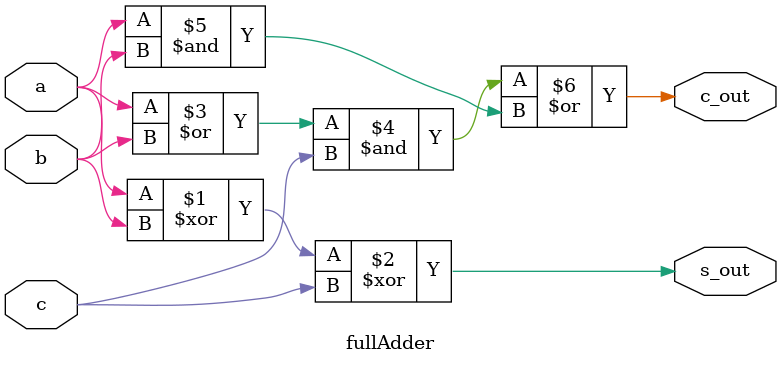
<source format=v>
module fullAdder(a, b, c, s_out, c_out);
	input a, b, c;
	output s_out, c_out; 
	
	assign s_out = a ^ b ^ c;
	assign c_out = ((a | b) & c) | (a & b);
endmodule

</source>
